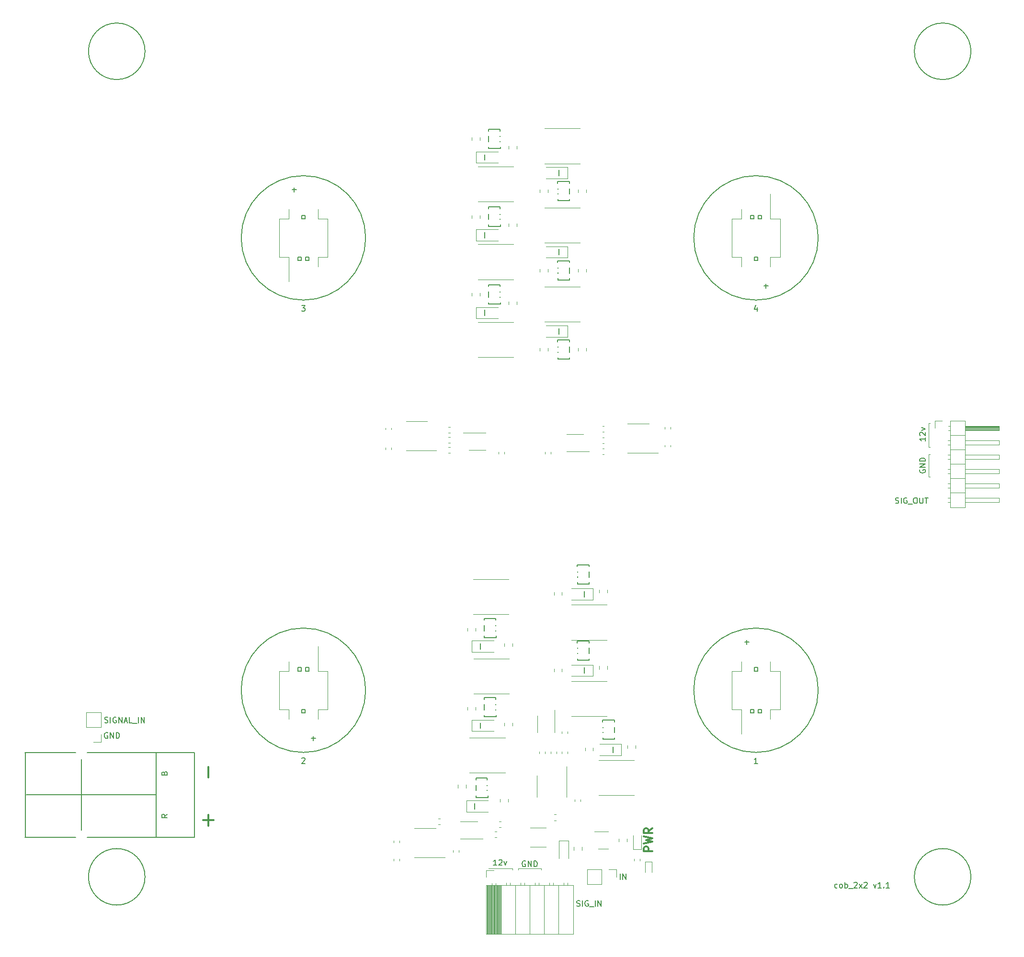
<source format=gbr>
G04 #@! TF.GenerationSoftware,KiCad,Pcbnew,5.1.5-52549c5~84~ubuntu18.04.1*
G04 #@! TF.CreationDate,2020-02-23T09:36:08-07:00*
G04 #@! TF.ProjectId,cob_2x2,636f625f-3278-4322-9e6b-696361645f70,rev?*
G04 #@! TF.SameCoordinates,Original*
G04 #@! TF.FileFunction,Legend,Top*
G04 #@! TF.FilePolarity,Positive*
%FSLAX46Y46*%
G04 Gerber Fmt 4.6, Leading zero omitted, Abs format (unit mm)*
G04 Created by KiCad (PCBNEW 5.1.5-52549c5~84~ubuntu18.04.1) date 2020-02-23 09:36:08*
%MOMM*%
%LPD*%
G04 APERTURE LIST*
%ADD10C,0.150000*%
%ADD11C,0.120000*%
%ADD12C,0.300000*%
G04 APERTURE END LIST*
D10*
X234392857Y-254904761D02*
X234297619Y-254952380D01*
X234107142Y-254952380D01*
X234011904Y-254904761D01*
X233964285Y-254857142D01*
X233916666Y-254761904D01*
X233916666Y-254476190D01*
X233964285Y-254380952D01*
X234011904Y-254333333D01*
X234107142Y-254285714D01*
X234297619Y-254285714D01*
X234392857Y-254333333D01*
X234964285Y-254952380D02*
X234869047Y-254904761D01*
X234821428Y-254857142D01*
X234773809Y-254761904D01*
X234773809Y-254476190D01*
X234821428Y-254380952D01*
X234869047Y-254333333D01*
X234964285Y-254285714D01*
X235107142Y-254285714D01*
X235202380Y-254333333D01*
X235250000Y-254380952D01*
X235297619Y-254476190D01*
X235297619Y-254761904D01*
X235250000Y-254857142D01*
X235202380Y-254904761D01*
X235107142Y-254952380D01*
X234964285Y-254952380D01*
X235726190Y-254952380D02*
X235726190Y-253952380D01*
X235726190Y-254333333D02*
X235821428Y-254285714D01*
X236011904Y-254285714D01*
X236107142Y-254333333D01*
X236154761Y-254380952D01*
X236202380Y-254476190D01*
X236202380Y-254761904D01*
X236154761Y-254857142D01*
X236107142Y-254904761D01*
X236011904Y-254952380D01*
X235821428Y-254952380D01*
X235726190Y-254904761D01*
X236392857Y-255047619D02*
X237154761Y-255047619D01*
X237345238Y-254047619D02*
X237392857Y-254000000D01*
X237488095Y-253952380D01*
X237726190Y-253952380D01*
X237821428Y-254000000D01*
X237869047Y-254047619D01*
X237916666Y-254142857D01*
X237916666Y-254238095D01*
X237869047Y-254380952D01*
X237297619Y-254952380D01*
X237916666Y-254952380D01*
X238250000Y-254952380D02*
X238773809Y-254285714D01*
X238250000Y-254285714D02*
X238773809Y-254952380D01*
X239107142Y-254047619D02*
X239154761Y-254000000D01*
X239250000Y-253952380D01*
X239488095Y-253952380D01*
X239583333Y-254000000D01*
X239630952Y-254047619D01*
X239678571Y-254142857D01*
X239678571Y-254238095D01*
X239630952Y-254380952D01*
X239059523Y-254952380D01*
X239678571Y-254952380D01*
X240773809Y-254285714D02*
X241011904Y-254952380D01*
X241250000Y-254285714D01*
X242154761Y-254952380D02*
X241583333Y-254952380D01*
X241869047Y-254952380D02*
X241869047Y-253952380D01*
X241773809Y-254095238D01*
X241678571Y-254190476D01*
X241583333Y-254238095D01*
X242583333Y-254857142D02*
X242630952Y-254904761D01*
X242583333Y-254952380D01*
X242535714Y-254904761D01*
X242583333Y-254857142D01*
X242583333Y-254952380D01*
X243583333Y-254952380D02*
X243011904Y-254952380D01*
X243297619Y-254952380D02*
X243297619Y-253952380D01*
X243202380Y-254095238D01*
X243107142Y-254190476D01*
X243011904Y-254238095D01*
X195976190Y-253452380D02*
X195976190Y-252452380D01*
X196452380Y-253452380D02*
X196452380Y-252452380D01*
X197023809Y-253452380D01*
X197023809Y-252452380D01*
D11*
X178000000Y-251500000D02*
X178000000Y-251750000D01*
X178000000Y-251500000D02*
X182000000Y-251500000D01*
D10*
X220190476Y-152285714D02*
X220190476Y-152952380D01*
X219952380Y-151904761D02*
X219714285Y-152619047D01*
X220333333Y-152619047D01*
X139666666Y-151952380D02*
X140285714Y-151952380D01*
X139952380Y-152333333D01*
X140095238Y-152333333D01*
X140190476Y-152380952D01*
X140238095Y-152428571D01*
X140285714Y-152523809D01*
X140285714Y-152761904D01*
X140238095Y-152857142D01*
X140190476Y-152904761D01*
X140095238Y-152952380D01*
X139809523Y-152952380D01*
X139714285Y-152904761D01*
X139666666Y-152857142D01*
X139714285Y-232047619D02*
X139761904Y-232000000D01*
X139857142Y-231952380D01*
X140095238Y-231952380D01*
X140190476Y-232000000D01*
X140238095Y-232047619D01*
X140285714Y-232142857D01*
X140285714Y-232238095D01*
X140238095Y-232380952D01*
X139666666Y-232952380D01*
X140285714Y-232952380D01*
X220285714Y-232952380D02*
X219714285Y-232952380D01*
X220000000Y-232952380D02*
X220000000Y-231952380D01*
X219904761Y-232095238D01*
X219809523Y-232190476D01*
X219714285Y-232238095D01*
X104876190Y-225704761D02*
X105019047Y-225752380D01*
X105257142Y-225752380D01*
X105352380Y-225704761D01*
X105400000Y-225657142D01*
X105447619Y-225561904D01*
X105447619Y-225466666D01*
X105400000Y-225371428D01*
X105352380Y-225323809D01*
X105257142Y-225276190D01*
X105066666Y-225228571D01*
X104971428Y-225180952D01*
X104923809Y-225133333D01*
X104876190Y-225038095D01*
X104876190Y-224942857D01*
X104923809Y-224847619D01*
X104971428Y-224800000D01*
X105066666Y-224752380D01*
X105304761Y-224752380D01*
X105447619Y-224800000D01*
X105876190Y-225752380D02*
X105876190Y-224752380D01*
X106876190Y-224800000D02*
X106780952Y-224752380D01*
X106638095Y-224752380D01*
X106495238Y-224800000D01*
X106400000Y-224895238D01*
X106352380Y-224990476D01*
X106304761Y-225180952D01*
X106304761Y-225323809D01*
X106352380Y-225514285D01*
X106400000Y-225609523D01*
X106495238Y-225704761D01*
X106638095Y-225752380D01*
X106733333Y-225752380D01*
X106876190Y-225704761D01*
X106923809Y-225657142D01*
X106923809Y-225323809D01*
X106733333Y-225323809D01*
X107352380Y-225752380D02*
X107352380Y-224752380D01*
X107923809Y-225752380D01*
X107923809Y-224752380D01*
X108352380Y-225466666D02*
X108828571Y-225466666D01*
X108257142Y-225752380D02*
X108590476Y-224752380D01*
X108923809Y-225752380D01*
X109733333Y-225752380D02*
X109257142Y-225752380D01*
X109257142Y-224752380D01*
X109828571Y-225847619D02*
X110590476Y-225847619D01*
X110828571Y-225752380D02*
X110828571Y-224752380D01*
X111304761Y-225752380D02*
X111304761Y-224752380D01*
X111876190Y-225752380D01*
X111876190Y-224752380D01*
X105388095Y-227550000D02*
X105292857Y-227502380D01*
X105150000Y-227502380D01*
X105007142Y-227550000D01*
X104911904Y-227645238D01*
X104864285Y-227740476D01*
X104816666Y-227930952D01*
X104816666Y-228073809D01*
X104864285Y-228264285D01*
X104911904Y-228359523D01*
X105007142Y-228454761D01*
X105150000Y-228502380D01*
X105245238Y-228502380D01*
X105388095Y-228454761D01*
X105435714Y-228407142D01*
X105435714Y-228073809D01*
X105245238Y-228073809D01*
X105864285Y-228502380D02*
X105864285Y-227502380D01*
X106435714Y-228502380D01*
X106435714Y-227502380D01*
X106911904Y-228502380D02*
X106911904Y-227502380D01*
X107150000Y-227502380D01*
X107292857Y-227550000D01*
X107388095Y-227645238D01*
X107435714Y-227740476D01*
X107483333Y-227930952D01*
X107483333Y-228073809D01*
X107435714Y-228264285D01*
X107388095Y-228359523D01*
X107292857Y-228454761D01*
X107150000Y-228502380D01*
X106911904Y-228502380D01*
D11*
X182000000Y-251500000D02*
X182000000Y-251750000D01*
X177000000Y-251500000D02*
X177000000Y-251750000D01*
X250500000Y-182250000D02*
X250750000Y-182250000D01*
X250500000Y-178250000D02*
X250750000Y-178250000D01*
X250500000Y-177000000D02*
X250750000Y-177000000D01*
X250500000Y-172750000D02*
X250750000Y-172750000D01*
D12*
X123178571Y-235452380D02*
X123178571Y-233547619D01*
X123178571Y-243952380D02*
X123178571Y-242047619D01*
X124130952Y-243000000D02*
X122226190Y-243000000D01*
D10*
X188333333Y-258154761D02*
X188476190Y-258202380D01*
X188714285Y-258202380D01*
X188809523Y-258154761D01*
X188857142Y-258107142D01*
X188904761Y-258011904D01*
X188904761Y-257916666D01*
X188857142Y-257821428D01*
X188809523Y-257773809D01*
X188714285Y-257726190D01*
X188523809Y-257678571D01*
X188428571Y-257630952D01*
X188380952Y-257583333D01*
X188333333Y-257488095D01*
X188333333Y-257392857D01*
X188380952Y-257297619D01*
X188428571Y-257250000D01*
X188523809Y-257202380D01*
X188761904Y-257202380D01*
X188904761Y-257250000D01*
X189333333Y-258202380D02*
X189333333Y-257202380D01*
X190333333Y-257250000D02*
X190238095Y-257202380D01*
X190095238Y-257202380D01*
X189952380Y-257250000D01*
X189857142Y-257345238D01*
X189809523Y-257440476D01*
X189761904Y-257630952D01*
X189761904Y-257773809D01*
X189809523Y-257964285D01*
X189857142Y-258059523D01*
X189952380Y-258154761D01*
X190095238Y-258202380D01*
X190190476Y-258202380D01*
X190333333Y-258154761D01*
X190380952Y-258107142D01*
X190380952Y-257773809D01*
X190190476Y-257773809D01*
X190571428Y-258297619D02*
X191333333Y-258297619D01*
X191571428Y-258202380D02*
X191571428Y-257202380D01*
X192047619Y-258202380D02*
X192047619Y-257202380D01*
X192619047Y-258202380D01*
X192619047Y-257202380D01*
X179238095Y-250250000D02*
X179142857Y-250202380D01*
X179000000Y-250202380D01*
X178857142Y-250250000D01*
X178761904Y-250345238D01*
X178714285Y-250440476D01*
X178666666Y-250630952D01*
X178666666Y-250773809D01*
X178714285Y-250964285D01*
X178761904Y-251059523D01*
X178857142Y-251154761D01*
X179000000Y-251202380D01*
X179095238Y-251202380D01*
X179238095Y-251154761D01*
X179285714Y-251107142D01*
X179285714Y-250773809D01*
X179095238Y-250773809D01*
X179714285Y-251202380D02*
X179714285Y-250202380D01*
X180285714Y-251202380D01*
X180285714Y-250202380D01*
X180761904Y-251202380D02*
X180761904Y-250202380D01*
X181000000Y-250202380D01*
X181142857Y-250250000D01*
X181238095Y-250345238D01*
X181285714Y-250440476D01*
X181333333Y-250630952D01*
X181333333Y-250773809D01*
X181285714Y-250964285D01*
X181238095Y-251059523D01*
X181142857Y-251154761D01*
X181000000Y-251202380D01*
X180761904Y-251202380D01*
X174178571Y-250952380D02*
X173607142Y-250952380D01*
X173892857Y-250952380D02*
X173892857Y-249952380D01*
X173797619Y-250095238D01*
X173702380Y-250190476D01*
X173607142Y-250238095D01*
X174559523Y-250047619D02*
X174607142Y-250000000D01*
X174702380Y-249952380D01*
X174940476Y-249952380D01*
X175035714Y-250000000D01*
X175083333Y-250047619D01*
X175130952Y-250142857D01*
X175130952Y-250238095D01*
X175083333Y-250380952D01*
X174511904Y-250952380D01*
X175130952Y-250952380D01*
X175464285Y-250285714D02*
X175702380Y-250952380D01*
X175940476Y-250285714D01*
D11*
X172750000Y-251500000D02*
X177000000Y-251500000D01*
D10*
X244666666Y-186904761D02*
X244809523Y-186952380D01*
X245047619Y-186952380D01*
X245142857Y-186904761D01*
X245190476Y-186857142D01*
X245238095Y-186761904D01*
X245238095Y-186666666D01*
X245190476Y-186571428D01*
X245142857Y-186523809D01*
X245047619Y-186476190D01*
X244857142Y-186428571D01*
X244761904Y-186380952D01*
X244714285Y-186333333D01*
X244666666Y-186238095D01*
X244666666Y-186142857D01*
X244714285Y-186047619D01*
X244761904Y-186000000D01*
X244857142Y-185952380D01*
X245095238Y-185952380D01*
X245238095Y-186000000D01*
X245666666Y-186952380D02*
X245666666Y-185952380D01*
X246666666Y-186000000D02*
X246571428Y-185952380D01*
X246428571Y-185952380D01*
X246285714Y-186000000D01*
X246190476Y-186095238D01*
X246142857Y-186190476D01*
X246095238Y-186380952D01*
X246095238Y-186523809D01*
X246142857Y-186714285D01*
X246190476Y-186809523D01*
X246285714Y-186904761D01*
X246428571Y-186952380D01*
X246523809Y-186952380D01*
X246666666Y-186904761D01*
X246714285Y-186857142D01*
X246714285Y-186523809D01*
X246523809Y-186523809D01*
X246904761Y-187047619D02*
X247666666Y-187047619D01*
X248095238Y-185952380D02*
X248285714Y-185952380D01*
X248380952Y-186000000D01*
X248476190Y-186095238D01*
X248523809Y-186285714D01*
X248523809Y-186619047D01*
X248476190Y-186809523D01*
X248380952Y-186904761D01*
X248285714Y-186952380D01*
X248095238Y-186952380D01*
X248000000Y-186904761D01*
X247904761Y-186809523D01*
X247857142Y-186619047D01*
X247857142Y-186285714D01*
X247904761Y-186095238D01*
X248000000Y-186000000D01*
X248095238Y-185952380D01*
X248952380Y-185952380D02*
X248952380Y-186761904D01*
X249000000Y-186857142D01*
X249047619Y-186904761D01*
X249142857Y-186952380D01*
X249333333Y-186952380D01*
X249428571Y-186904761D01*
X249476190Y-186857142D01*
X249523809Y-186761904D01*
X249523809Y-185952380D01*
X249857142Y-185952380D02*
X250428571Y-185952380D01*
X250142857Y-186952380D02*
X250142857Y-185952380D01*
X249000000Y-181011904D02*
X248952380Y-181107142D01*
X248952380Y-181250000D01*
X249000000Y-181392857D01*
X249095238Y-181488095D01*
X249190476Y-181535714D01*
X249380952Y-181583333D01*
X249523809Y-181583333D01*
X249714285Y-181535714D01*
X249809523Y-181488095D01*
X249904761Y-181392857D01*
X249952380Y-181250000D01*
X249952380Y-181154761D01*
X249904761Y-181011904D01*
X249857142Y-180964285D01*
X249523809Y-180964285D01*
X249523809Y-181154761D01*
X249952380Y-180535714D02*
X248952380Y-180535714D01*
X249952380Y-179964285D01*
X248952380Y-179964285D01*
X249952380Y-179488095D02*
X248952380Y-179488095D01*
X248952380Y-179250000D01*
X249000000Y-179107142D01*
X249095238Y-179011904D01*
X249190476Y-178964285D01*
X249380952Y-178916666D01*
X249523809Y-178916666D01*
X249714285Y-178964285D01*
X249809523Y-179011904D01*
X249904761Y-179107142D01*
X249952380Y-179250000D01*
X249952380Y-179488095D01*
X249952380Y-175321428D02*
X249952380Y-175892857D01*
X249952380Y-175607142D02*
X248952380Y-175607142D01*
X249095238Y-175702380D01*
X249190476Y-175797619D01*
X249238095Y-175892857D01*
X249047619Y-174940476D02*
X249000000Y-174892857D01*
X248952380Y-174797619D01*
X248952380Y-174559523D01*
X249000000Y-174464285D01*
X249047619Y-174416666D01*
X249142857Y-174369047D01*
X249238095Y-174369047D01*
X249380952Y-174416666D01*
X249952380Y-174988095D01*
X249952380Y-174369047D01*
X249285714Y-174035714D02*
X249952380Y-173797619D01*
X249285714Y-173559523D01*
D11*
X250500000Y-178250000D02*
X250500000Y-182250000D01*
X250500000Y-172750000D02*
X250500000Y-177000000D01*
D12*
X201678571Y-248500000D02*
X200178571Y-248500000D01*
X200178571Y-247928571D01*
X200250000Y-247785714D01*
X200321428Y-247714285D01*
X200464285Y-247642857D01*
X200678571Y-247642857D01*
X200821428Y-247714285D01*
X200892857Y-247785714D01*
X200964285Y-247928571D01*
X200964285Y-248500000D01*
X200178571Y-247142857D02*
X201678571Y-246785714D01*
X200607142Y-246500000D01*
X201678571Y-246214285D01*
X200178571Y-245857142D01*
X201678571Y-244428571D02*
X200964285Y-244928571D01*
X201678571Y-245285714D02*
X200178571Y-245285714D01*
X200178571Y-244714285D01*
X200250000Y-244571428D01*
X200321428Y-244500000D01*
X200464285Y-244428571D01*
X200678571Y-244428571D01*
X200821428Y-244500000D01*
X200892857Y-244571428D01*
X200964285Y-244714285D01*
X200964285Y-245285714D01*
D11*
X186500000Y-177750000D02*
X190500000Y-177750000D01*
X186500000Y-174750000D02*
X189500000Y-174750000D01*
X172250000Y-174500000D02*
X168250000Y-174500000D01*
X172250000Y-177500000D02*
X169250000Y-177500000D01*
X167750000Y-246250000D02*
X171750000Y-246250000D01*
X167750000Y-243250000D02*
X170750000Y-243250000D01*
X184400000Y-227500000D02*
X184400000Y-223500000D01*
X181400000Y-227500000D02*
X181400000Y-224500000D01*
X200400000Y-252200000D02*
X200400000Y-250350000D01*
X201600000Y-252200000D02*
X201600000Y-250350000D01*
X201600000Y-250350000D02*
X200400000Y-250350000D01*
D10*
X112000000Y-253000000D02*
G75*
G03X112000000Y-253000000I-5000000J0D01*
G01*
X258000000Y-253000000D02*
G75*
G03X258000000Y-253000000I-5000000J0D01*
G01*
X258000000Y-107000000D02*
G75*
G03X258000000Y-107000000I-5000000J0D01*
G01*
X112000000Y-107000000D02*
G75*
G03X112000000Y-107000000I-5000000J0D01*
G01*
X139700000Y-136000000D02*
X139700000Y-136600000D01*
X140300000Y-136000000D02*
X139700000Y-136000000D01*
X139700000Y-136600000D02*
X140300000Y-136600000D01*
X140300000Y-136600000D02*
X140300000Y-136000000D01*
X140400000Y-143400000D02*
X140400000Y-144000000D01*
X141000000Y-143400000D02*
X140400000Y-143400000D01*
X140400000Y-144000000D02*
X141000000Y-144000000D01*
X141000000Y-144000000D02*
X141000000Y-143400000D01*
X139000000Y-143400000D02*
X139000000Y-144000000D01*
X139600000Y-143400000D02*
X139000000Y-143400000D01*
X139600000Y-144000000D02*
X139600000Y-143400000D01*
X139000000Y-144000000D02*
X139600000Y-144000000D01*
X151000000Y-140000000D02*
G75*
G03X151000000Y-140000000I-11000000J0D01*
G01*
D11*
X137450000Y-147750000D02*
X137450000Y-143400000D01*
X135700000Y-143400000D02*
X137450000Y-143400000D01*
X137450000Y-136600000D02*
X137450000Y-135300000D01*
X135700000Y-136600000D02*
X137450000Y-136600000D01*
X137450000Y-135300000D02*
X137450000Y-134900000D01*
X142550000Y-134900000D02*
X142550000Y-136600000D01*
X144300000Y-136600000D02*
X144300000Y-143400000D01*
X142550000Y-136600000D02*
X144300000Y-136600000D01*
X142550000Y-143400000D02*
X144300000Y-143400000D01*
X142550000Y-145100000D02*
X142550000Y-143400000D01*
X135700000Y-136600000D02*
X135700000Y-143400000D01*
D10*
X220300000Y-144000000D02*
X220300000Y-143400000D01*
X219700000Y-144000000D02*
X220300000Y-144000000D01*
X220300000Y-143400000D02*
X219700000Y-143400000D01*
X219700000Y-143400000D02*
X219700000Y-144000000D01*
X219600000Y-136600000D02*
X219600000Y-136000000D01*
X219000000Y-136600000D02*
X219600000Y-136600000D01*
X219600000Y-136000000D02*
X219000000Y-136000000D01*
X219000000Y-136000000D02*
X219000000Y-136600000D01*
X221000000Y-136600000D02*
X221000000Y-136000000D01*
X220400000Y-136600000D02*
X221000000Y-136600000D01*
X220400000Y-136000000D02*
X220400000Y-136600000D01*
X221000000Y-136000000D02*
X220400000Y-136000000D01*
X231000000Y-140000000D02*
G75*
G03X231000000Y-140000000I-11000000J0D01*
G01*
D11*
X222550000Y-132250000D02*
X222550000Y-136600000D01*
X224300000Y-136600000D02*
X222550000Y-136600000D01*
X222550000Y-143400000D02*
X222550000Y-144700000D01*
X224300000Y-143400000D02*
X222550000Y-143400000D01*
X222550000Y-144700000D02*
X222550000Y-145100000D01*
X217450000Y-145100000D02*
X217450000Y-143400000D01*
X215700000Y-143400000D02*
X215700000Y-136600000D01*
X217450000Y-143400000D02*
X215700000Y-143400000D01*
X217450000Y-136600000D02*
X215700000Y-136600000D01*
X217450000Y-134900000D02*
X217450000Y-136600000D01*
X224300000Y-143400000D02*
X224300000Y-136600000D01*
D10*
X140300000Y-224000000D02*
X140300000Y-223400000D01*
X139700000Y-224000000D02*
X140300000Y-224000000D01*
X140300000Y-223400000D02*
X139700000Y-223400000D01*
X139700000Y-223400000D02*
X139700000Y-224000000D01*
X139600000Y-216600000D02*
X139600000Y-216000000D01*
X139000000Y-216600000D02*
X139600000Y-216600000D01*
X139600000Y-216000000D02*
X139000000Y-216000000D01*
X139000000Y-216000000D02*
X139000000Y-216600000D01*
X141000000Y-216600000D02*
X141000000Y-216000000D01*
X140400000Y-216600000D02*
X141000000Y-216600000D01*
X140400000Y-216000000D02*
X140400000Y-216600000D01*
X141000000Y-216000000D02*
X140400000Y-216000000D01*
X151000000Y-220000000D02*
G75*
G03X151000000Y-220000000I-11000000J0D01*
G01*
D11*
X142550000Y-212250000D02*
X142550000Y-216600000D01*
X144300000Y-216600000D02*
X142550000Y-216600000D01*
X142550000Y-223400000D02*
X142550000Y-224700000D01*
X144300000Y-223400000D02*
X142550000Y-223400000D01*
X142550000Y-224700000D02*
X142550000Y-225100000D01*
X137450000Y-225100000D02*
X137450000Y-223400000D01*
X135700000Y-223400000D02*
X135700000Y-216600000D01*
X137450000Y-223400000D02*
X135700000Y-223400000D01*
X137450000Y-216600000D02*
X135700000Y-216600000D01*
X137450000Y-214900000D02*
X137450000Y-216600000D01*
X144300000Y-223400000D02*
X144300000Y-216600000D01*
D10*
X219700000Y-216000000D02*
X219700000Y-216600000D01*
X220300000Y-216000000D02*
X219700000Y-216000000D01*
X219700000Y-216600000D02*
X220300000Y-216600000D01*
X220300000Y-216600000D02*
X220300000Y-216000000D01*
X220400000Y-223400000D02*
X220400000Y-224000000D01*
X221000000Y-223400000D02*
X220400000Y-223400000D01*
X220400000Y-224000000D02*
X221000000Y-224000000D01*
X221000000Y-224000000D02*
X221000000Y-223400000D01*
X219000000Y-223400000D02*
X219000000Y-224000000D01*
X219600000Y-223400000D02*
X219000000Y-223400000D01*
X219600000Y-224000000D02*
X219600000Y-223400000D01*
X219000000Y-224000000D02*
X219600000Y-224000000D01*
X231000000Y-220000000D02*
G75*
G03X231000000Y-220000000I-11000000J0D01*
G01*
D11*
X217450000Y-227750000D02*
X217450000Y-223400000D01*
X215700000Y-223400000D02*
X217450000Y-223400000D01*
X217450000Y-216600000D02*
X217450000Y-215300000D01*
X215700000Y-216600000D02*
X217450000Y-216600000D01*
X217450000Y-215300000D02*
X217450000Y-214900000D01*
X222550000Y-214900000D02*
X222550000Y-216600000D01*
X224300000Y-216600000D02*
X224300000Y-223400000D01*
X222550000Y-216600000D02*
X224300000Y-216600000D01*
X222550000Y-223400000D02*
X224300000Y-223400000D01*
X222550000Y-225100000D02*
X222550000Y-223400000D01*
X215700000Y-216600000D02*
X215700000Y-223400000D01*
X195330000Y-251670000D02*
X195330000Y-253000000D01*
X194000000Y-251670000D02*
X195330000Y-251670000D01*
X192730000Y-251670000D02*
X192730000Y-254330000D01*
X192730000Y-254330000D02*
X190130000Y-254330000D01*
X192730000Y-251670000D02*
X190130000Y-251670000D01*
X190130000Y-251670000D02*
X190130000Y-254330000D01*
D10*
X187000000Y-158050000D02*
X187000000Y-158350000D01*
X184900000Y-158050000D02*
X184900000Y-158350000D01*
X187000000Y-161450000D02*
X187000000Y-161150000D01*
X185000000Y-161450000D02*
X185000000Y-161150000D01*
X184900000Y-158050000D02*
X187000000Y-158050000D01*
X185000000Y-161450000D02*
X187000000Y-161450000D01*
X185000000Y-159350000D02*
X185000000Y-159250000D01*
X185000000Y-160250000D02*
X185000000Y-160150000D01*
X187000000Y-159250000D02*
X187000000Y-160250000D01*
D11*
X199200000Y-178025000D02*
X202725000Y-178025000D01*
X199200000Y-178025000D02*
X197320000Y-178025000D01*
X199200000Y-172845000D02*
X201080000Y-172845000D01*
X199200000Y-172845000D02*
X197320000Y-172845000D01*
D10*
X187000000Y-144050000D02*
X187000000Y-144350000D01*
X184900000Y-144050000D02*
X184900000Y-144350000D01*
X187000000Y-147450000D02*
X187000000Y-147150000D01*
X185000000Y-147450000D02*
X185000000Y-147150000D01*
X184900000Y-144050000D02*
X187000000Y-144050000D01*
X185000000Y-147450000D02*
X187000000Y-147450000D01*
X185000000Y-145350000D02*
X185000000Y-145250000D01*
X185000000Y-146250000D02*
X185000000Y-146150000D01*
X187000000Y-145250000D02*
X187000000Y-146250000D01*
X187000000Y-130050000D02*
X187000000Y-130350000D01*
X184900000Y-130050000D02*
X184900000Y-130350000D01*
X187000000Y-133450000D02*
X187000000Y-133150000D01*
X185000000Y-133450000D02*
X185000000Y-133150000D01*
X184900000Y-130050000D02*
X187000000Y-130050000D01*
X185000000Y-133450000D02*
X187000000Y-133450000D01*
X185000000Y-131350000D02*
X185000000Y-131250000D01*
X185000000Y-132250000D02*
X185000000Y-132150000D01*
X187000000Y-131250000D02*
X187000000Y-132250000D01*
X172750000Y-124200000D02*
X172750000Y-123900000D01*
X174850000Y-124200000D02*
X174850000Y-123900000D01*
X172750000Y-120800000D02*
X172750000Y-121100000D01*
X174750000Y-120800000D02*
X174750000Y-121100000D01*
X174850000Y-124200000D02*
X172750000Y-124200000D01*
X174750000Y-120800000D02*
X172750000Y-120800000D01*
X174750000Y-122900000D02*
X174750000Y-123000000D01*
X174750000Y-122000000D02*
X174750000Y-122100000D01*
X172750000Y-123000000D02*
X172750000Y-122000000D01*
D11*
X160000000Y-177590000D02*
X163525000Y-177590000D01*
X160000000Y-177590000D02*
X158120000Y-177590000D01*
X160000000Y-172410000D02*
X161880000Y-172410000D01*
X160000000Y-172410000D02*
X158120000Y-172410000D01*
D10*
X172750000Y-136750000D02*
X172750000Y-135750000D01*
X174750000Y-135750000D02*
X174750000Y-135850000D01*
X174750000Y-136650000D02*
X174750000Y-136750000D01*
X174750000Y-134550000D02*
X172750000Y-134550000D01*
X174850000Y-137950000D02*
X172750000Y-137950000D01*
X174750000Y-134550000D02*
X174750000Y-134850000D01*
X172750000Y-134550000D02*
X172750000Y-134850000D01*
X174850000Y-137950000D02*
X174850000Y-137650000D01*
X172750000Y-137950000D02*
X172750000Y-137650000D01*
X172750000Y-151700000D02*
X172750000Y-151400000D01*
X174850000Y-151700000D02*
X174850000Y-151400000D01*
X172750000Y-148300000D02*
X172750000Y-148600000D01*
X174750000Y-148300000D02*
X174750000Y-148600000D01*
X174850000Y-151700000D02*
X172750000Y-151700000D01*
X174750000Y-148300000D02*
X172750000Y-148300000D01*
X174750000Y-150400000D02*
X174750000Y-150500000D01*
X174750000Y-149500000D02*
X174750000Y-149600000D01*
X172750000Y-150500000D02*
X172750000Y-149500000D01*
X170500000Y-238950000D02*
X170500000Y-238650000D01*
X172600000Y-238950000D02*
X172600000Y-238650000D01*
X170500000Y-235550000D02*
X170500000Y-235850000D01*
X172500000Y-235550000D02*
X172500000Y-235850000D01*
X172600000Y-238950000D02*
X170500000Y-238950000D01*
X172500000Y-235550000D02*
X170500000Y-235550000D01*
X172500000Y-237650000D02*
X172500000Y-237750000D01*
X172500000Y-236750000D02*
X172500000Y-236850000D01*
X170500000Y-237750000D02*
X170500000Y-236750000D01*
D11*
X161500000Y-249590000D02*
X165025000Y-249590000D01*
X161500000Y-249590000D02*
X159620000Y-249590000D01*
X161500000Y-244410000D02*
X163380000Y-244410000D01*
X161500000Y-244410000D02*
X159620000Y-244410000D01*
D10*
X172000000Y-224700000D02*
X172000000Y-224400000D01*
X174100000Y-224700000D02*
X174100000Y-224400000D01*
X172000000Y-221300000D02*
X172000000Y-221600000D01*
X174000000Y-221300000D02*
X174000000Y-221600000D01*
X174100000Y-224700000D02*
X172000000Y-224700000D01*
X174000000Y-221300000D02*
X172000000Y-221300000D01*
X174000000Y-223400000D02*
X174000000Y-223500000D01*
X174000000Y-222500000D02*
X174000000Y-222600000D01*
X172000000Y-223500000D02*
X172000000Y-222500000D01*
X172000000Y-210700000D02*
X172000000Y-210400000D01*
X174100000Y-210700000D02*
X174100000Y-210400000D01*
X172000000Y-207300000D02*
X172000000Y-207600000D01*
X174000000Y-207300000D02*
X174000000Y-207600000D01*
X174100000Y-210700000D02*
X172000000Y-210700000D01*
X174000000Y-207300000D02*
X172000000Y-207300000D01*
X174000000Y-209400000D02*
X174000000Y-209500000D01*
X174000000Y-208500000D02*
X174000000Y-208600000D01*
X172000000Y-209500000D02*
X172000000Y-208500000D01*
X190500000Y-197800000D02*
X190500000Y-198100000D01*
X188400000Y-197800000D02*
X188400000Y-198100000D01*
X190500000Y-201200000D02*
X190500000Y-200900000D01*
X188500000Y-201200000D02*
X188500000Y-200900000D01*
X188400000Y-197800000D02*
X190500000Y-197800000D01*
X188500000Y-201200000D02*
X190500000Y-201200000D01*
X188500000Y-199100000D02*
X188500000Y-199000000D01*
X188500000Y-200000000D02*
X188500000Y-199900000D01*
X190500000Y-199000000D02*
X190500000Y-200000000D01*
D11*
X186490000Y-237000000D02*
X186490000Y-233475000D01*
X186490000Y-237000000D02*
X186490000Y-238880000D01*
X181310000Y-237000000D02*
X181310000Y-235120000D01*
X181310000Y-237000000D02*
X181310000Y-238880000D01*
D10*
X190500000Y-211300000D02*
X190500000Y-211600000D01*
X188400000Y-211300000D02*
X188400000Y-211600000D01*
X190500000Y-214700000D02*
X190500000Y-214400000D01*
X188500000Y-214700000D02*
X188500000Y-214400000D01*
X188400000Y-211300000D02*
X190500000Y-211300000D01*
X188500000Y-214700000D02*
X190500000Y-214700000D01*
X188500000Y-212600000D02*
X188500000Y-212500000D01*
X188500000Y-213500000D02*
X188500000Y-213400000D01*
X190500000Y-212500000D02*
X190500000Y-213500000D01*
X195000000Y-225300000D02*
X195000000Y-225600000D01*
X192900000Y-225300000D02*
X192900000Y-225600000D01*
X195000000Y-228700000D02*
X195000000Y-228400000D01*
X193000000Y-228700000D02*
X193000000Y-228400000D01*
X192900000Y-225300000D02*
X195000000Y-225300000D01*
X193000000Y-228700000D02*
X195000000Y-228700000D01*
X193000000Y-226600000D02*
X193000000Y-226500000D01*
X193000000Y-227500000D02*
X193000000Y-227400000D01*
X195000000Y-226500000D02*
X195000000Y-227500000D01*
D11*
X193880000Y-244990000D02*
X191450000Y-244990000D01*
X192120000Y-248060000D02*
X193880000Y-248060000D01*
X182886252Y-244290000D02*
X180113748Y-244290000D01*
X182886252Y-247710000D02*
X180113748Y-247710000D01*
X193162779Y-177240000D02*
X192837221Y-177240000D01*
X193162779Y-178260000D02*
X192837221Y-178260000D01*
X193162779Y-175290000D02*
X192837221Y-175290000D01*
X193162779Y-176310000D02*
X192837221Y-176310000D01*
X193162779Y-173290000D02*
X192837221Y-173290000D01*
X193162779Y-174310000D02*
X192837221Y-174310000D01*
X188540000Y-159491422D02*
X188540000Y-160008578D01*
X189960000Y-159491422D02*
X189960000Y-160008578D01*
X188540000Y-145491422D02*
X188540000Y-146008578D01*
X189960000Y-145491422D02*
X189960000Y-146008578D01*
X204910000Y-173762779D02*
X204910000Y-173437221D01*
X203890000Y-173762779D02*
X203890000Y-173437221D01*
X188540000Y-131491422D02*
X188540000Y-132008578D01*
X189960000Y-131491422D02*
X189960000Y-132008578D01*
X165912779Y-176990000D02*
X165587221Y-176990000D01*
X165912779Y-178010000D02*
X165587221Y-178010000D01*
X165912779Y-175240000D02*
X165587221Y-175240000D01*
X165912779Y-176260000D02*
X165587221Y-176260000D01*
X165912779Y-173490000D02*
X165587221Y-173490000D01*
X165912779Y-174510000D02*
X165587221Y-174510000D01*
X171210000Y-122758578D02*
X171210000Y-122241422D01*
X169790000Y-122758578D02*
X169790000Y-122241422D01*
X169790000Y-136508578D02*
X169790000Y-135991422D01*
X171210000Y-136508578D02*
X171210000Y-135991422D01*
X154490000Y-173587221D02*
X154490000Y-173912779D01*
X155510000Y-173587221D02*
X155510000Y-173912779D01*
X171210000Y-150258578D02*
X171210000Y-149741422D01*
X169790000Y-150258578D02*
X169790000Y-149741422D01*
X174162779Y-244990000D02*
X173837221Y-244990000D01*
X174162779Y-246010000D02*
X173837221Y-246010000D01*
X174950279Y-243240000D02*
X174624721Y-243240000D01*
X174950279Y-244260000D02*
X174624721Y-244260000D01*
X163837221Y-243760000D02*
X164162779Y-243760000D01*
X163837221Y-242740000D02*
X164162779Y-242740000D01*
X168710000Y-237258578D02*
X168710000Y-236741422D01*
X167290000Y-237258578D02*
X167290000Y-236741422D01*
X170460000Y-223508578D02*
X170460000Y-222991422D01*
X169040000Y-223508578D02*
X169040000Y-222991422D01*
X155990000Y-246587221D02*
X155990000Y-246912779D01*
X157010000Y-246587221D02*
X157010000Y-246912779D01*
X170460000Y-209508578D02*
X170460000Y-208991422D01*
X169040000Y-209508578D02*
X169040000Y-208991422D01*
X186710000Y-231162779D02*
X186710000Y-230837221D01*
X185690000Y-231162779D02*
X185690000Y-230837221D01*
X184710000Y-231162779D02*
X184710000Y-230837221D01*
X183690000Y-231162779D02*
X183690000Y-230837221D01*
X182710000Y-231162779D02*
X182710000Y-230837221D01*
X181690000Y-231162779D02*
X181690000Y-230837221D01*
X193710000Y-202758578D02*
X193710000Y-202241422D01*
X192290000Y-202758578D02*
X192290000Y-202241422D01*
X198490000Y-249837221D02*
X198490000Y-250162779D01*
X199510000Y-249837221D02*
X199510000Y-250162779D01*
X193710000Y-216258578D02*
X193710000Y-215741422D01*
X192290000Y-216258578D02*
X192290000Y-215741422D01*
X184337221Y-243010000D02*
X184662779Y-243010000D01*
X184337221Y-241990000D02*
X184662779Y-241990000D01*
X198710000Y-230258578D02*
X198710000Y-229741422D01*
X197290000Y-230258578D02*
X197290000Y-229741422D01*
X188900000Y-148650000D02*
X182600000Y-148650000D01*
X188900000Y-154850000D02*
X182600000Y-154850000D01*
X188900000Y-134650000D02*
X182600000Y-134650000D01*
X188900000Y-140850000D02*
X182600000Y-140850000D01*
X188900000Y-120650000D02*
X182600000Y-120650000D01*
X188900000Y-126850000D02*
X182600000Y-126850000D01*
X170850000Y-133600000D02*
X177150000Y-133600000D01*
X170850000Y-127400000D02*
X177150000Y-127400000D01*
X170850000Y-147350000D02*
X177150000Y-147350000D01*
X170850000Y-141150000D02*
X177150000Y-141150000D01*
X170850000Y-161100000D02*
X177150000Y-161100000D01*
X170850000Y-154900000D02*
X177150000Y-154900000D01*
X169350000Y-234600000D02*
X175650000Y-234600000D01*
X169350000Y-228400000D02*
X175650000Y-228400000D01*
X170100000Y-220600000D02*
X176400000Y-220600000D01*
X170100000Y-214400000D02*
X176400000Y-214400000D01*
X170000000Y-206600000D02*
X176300000Y-206600000D01*
X170000000Y-200400000D02*
X176300000Y-200400000D01*
X193650000Y-204900000D02*
X187350000Y-204900000D01*
X193650000Y-211100000D02*
X187350000Y-211100000D01*
X193650000Y-218400000D02*
X187350000Y-218400000D01*
X193650000Y-224600000D02*
X187350000Y-224600000D01*
X198500000Y-232400000D02*
X192200000Y-232400000D01*
X198500000Y-238600000D02*
X192200000Y-238600000D01*
X251620000Y-172380000D02*
X252890000Y-172380000D01*
X251620000Y-173650000D02*
X251620000Y-172380000D01*
X253932929Y-186730000D02*
X254330000Y-186730000D01*
X253932929Y-185970000D02*
X254330000Y-185970000D01*
X262990000Y-186730000D02*
X256990000Y-186730000D01*
X262990000Y-185970000D02*
X262990000Y-186730000D01*
X256990000Y-185970000D02*
X262990000Y-185970000D01*
X254330000Y-185080000D02*
X256990000Y-185080000D01*
X253932929Y-184190000D02*
X254330000Y-184190000D01*
X253932929Y-183430000D02*
X254330000Y-183430000D01*
X262990000Y-184190000D02*
X256990000Y-184190000D01*
X262990000Y-183430000D02*
X262990000Y-184190000D01*
X256990000Y-183430000D02*
X262990000Y-183430000D01*
X254330000Y-182540000D02*
X256990000Y-182540000D01*
X253932929Y-181650000D02*
X254330000Y-181650000D01*
X253932929Y-180890000D02*
X254330000Y-180890000D01*
X262990000Y-181650000D02*
X256990000Y-181650000D01*
X262990000Y-180890000D02*
X262990000Y-181650000D01*
X256990000Y-180890000D02*
X262990000Y-180890000D01*
X254330000Y-180000000D02*
X256990000Y-180000000D01*
X253932929Y-179110000D02*
X254330000Y-179110000D01*
X253932929Y-178350000D02*
X254330000Y-178350000D01*
X262990000Y-179110000D02*
X256990000Y-179110000D01*
X262990000Y-178350000D02*
X262990000Y-179110000D01*
X256990000Y-178350000D02*
X262990000Y-178350000D01*
X254330000Y-177460000D02*
X256990000Y-177460000D01*
X253932929Y-176570000D02*
X254330000Y-176570000D01*
X253932929Y-175810000D02*
X254330000Y-175810000D01*
X262990000Y-176570000D02*
X256990000Y-176570000D01*
X262990000Y-175810000D02*
X262990000Y-176570000D01*
X256990000Y-175810000D02*
X262990000Y-175810000D01*
X254330000Y-174920000D02*
X256990000Y-174920000D01*
X254000000Y-174030000D02*
X254330000Y-174030000D01*
X254000000Y-173270000D02*
X254330000Y-173270000D01*
X256990000Y-173930000D02*
X262990000Y-173930000D01*
X256990000Y-173810000D02*
X262990000Y-173810000D01*
X256990000Y-173690000D02*
X262990000Y-173690000D01*
X256990000Y-173570000D02*
X262990000Y-173570000D01*
X256990000Y-173450000D02*
X262990000Y-173450000D01*
X256990000Y-173330000D02*
X262990000Y-173330000D01*
X262990000Y-174030000D02*
X256990000Y-174030000D01*
X262990000Y-173270000D02*
X262990000Y-174030000D01*
X256990000Y-173270000D02*
X262990000Y-173270000D01*
X256990000Y-172320000D02*
X254330000Y-172320000D01*
X256990000Y-187680000D02*
X256990000Y-172320000D01*
X254330000Y-187680000D02*
X256990000Y-187680000D01*
X254330000Y-172320000D02*
X254330000Y-187680000D01*
X172320000Y-253000000D02*
X172320000Y-251890000D01*
X172320000Y-251890000D02*
X173650000Y-251890000D01*
X172320000Y-263090000D02*
X187680000Y-263090000D01*
X187680000Y-263090000D02*
X187680000Y-254460000D01*
X172320000Y-254460000D02*
X187680000Y-254460000D01*
X172320000Y-263090000D02*
X172320000Y-254460000D01*
X185080000Y-263090000D02*
X185080000Y-254460000D01*
X182540000Y-263090000D02*
X182540000Y-254460000D01*
X180000000Y-263090000D02*
X180000000Y-254460000D01*
X177460000Y-263090000D02*
X177460000Y-254460000D01*
X174920000Y-263090000D02*
X174920000Y-254460000D01*
X186710000Y-254460000D02*
X186710000Y-254050000D01*
X185990000Y-254460000D02*
X185990000Y-254050000D01*
X184170000Y-254460000D02*
X184170000Y-254050000D01*
X183450000Y-254460000D02*
X183450000Y-254050000D01*
X181630000Y-254460000D02*
X181630000Y-254050000D01*
X180910000Y-254460000D02*
X180910000Y-254050000D01*
X179090000Y-254460000D02*
X179090000Y-254050000D01*
X178370000Y-254460000D02*
X178370000Y-254050000D01*
X176550000Y-254460000D02*
X176550000Y-254050000D01*
X175830000Y-254460000D02*
X175830000Y-254050000D01*
X174010000Y-254460000D02*
X174010000Y-254110000D01*
X173290000Y-254460000D02*
X173290000Y-254110000D01*
X174801900Y-263090000D02*
X174801900Y-254460000D01*
X174683805Y-263090000D02*
X174683805Y-254460000D01*
X174565710Y-263090000D02*
X174565710Y-254460000D01*
X174447615Y-263090000D02*
X174447615Y-254460000D01*
X174329520Y-263090000D02*
X174329520Y-254460000D01*
X174211425Y-263090000D02*
X174211425Y-254460000D01*
X174093330Y-263090000D02*
X174093330Y-254460000D01*
X173975235Y-263090000D02*
X173975235Y-254460000D01*
X173857140Y-263090000D02*
X173857140Y-254460000D01*
X173739045Y-263090000D02*
X173739045Y-254460000D01*
X173620950Y-263090000D02*
X173620950Y-254460000D01*
X173502855Y-263090000D02*
X173502855Y-254460000D01*
X173384760Y-263090000D02*
X173384760Y-254460000D01*
X173266665Y-263090000D02*
X173266665Y-254460000D01*
X173148570Y-263090000D02*
X173148570Y-254460000D01*
X173030475Y-263090000D02*
X173030475Y-254460000D01*
X172912380Y-263090000D02*
X172912380Y-254460000D01*
X172794285Y-263090000D02*
X172794285Y-254460000D01*
X172676190Y-263090000D02*
X172676190Y-254460000D01*
X172558095Y-263090000D02*
X172558095Y-254460000D01*
X172440000Y-263090000D02*
X172440000Y-254460000D01*
D10*
X100750000Y-244750000D02*
X100750000Y-232250000D01*
X90860000Y-245890000D02*
X90860000Y-231110000D01*
X90750000Y-246000000D02*
X99750000Y-246000000D01*
X114000000Y-246000000D02*
X114000000Y-231000000D01*
X114000000Y-231000000D02*
X101750000Y-231000000D01*
X91000000Y-238500000D02*
X114000000Y-238500000D01*
X101750000Y-246000000D02*
X114000000Y-246000000D01*
X99750000Y-231000000D02*
X90750000Y-231000000D01*
X114000000Y-246000000D02*
X120750000Y-246000000D01*
X120750000Y-246000000D02*
X120750000Y-231000000D01*
X120750000Y-231000000D02*
X114000000Y-231000000D01*
D11*
X104230000Y-229130000D02*
X102900000Y-229130000D01*
X104230000Y-227800000D02*
X104230000Y-229130000D01*
X104230000Y-226530000D02*
X101570000Y-226530000D01*
X101570000Y-226530000D02*
X101570000Y-223930000D01*
X104230000Y-226530000D02*
X104230000Y-223930000D01*
X104230000Y-223930000D02*
X101570000Y-223930000D01*
D10*
X185200000Y-157000000D02*
X185200000Y-156000000D01*
D11*
X186700000Y-157500000D02*
X182850000Y-157500000D01*
X186700000Y-155500000D02*
X182850000Y-155500000D01*
X186700000Y-157500000D02*
X186700000Y-155500000D01*
D10*
X185200000Y-143000000D02*
X185200000Y-142000000D01*
D11*
X186700000Y-143500000D02*
X182850000Y-143500000D01*
X186700000Y-141500000D02*
X182850000Y-141500000D01*
X186700000Y-143500000D02*
X186700000Y-141500000D01*
D10*
X185200000Y-129000000D02*
X185200000Y-128000000D01*
D11*
X186700000Y-129500000D02*
X182850000Y-129500000D01*
X186700000Y-127500000D02*
X182850000Y-127500000D01*
X186700000Y-129500000D02*
X186700000Y-127500000D01*
D10*
X172050000Y-125250000D02*
X172050000Y-126250000D01*
D11*
X170550000Y-124750000D02*
X174400000Y-124750000D01*
X170550000Y-126750000D02*
X174400000Y-126750000D01*
X170550000Y-124750000D02*
X170550000Y-126750000D01*
X170550000Y-138500000D02*
X170550000Y-140500000D01*
X170550000Y-140500000D02*
X174400000Y-140500000D01*
X170550000Y-138500000D02*
X174400000Y-138500000D01*
D10*
X172050000Y-139000000D02*
X172050000Y-140000000D01*
X172050000Y-152750000D02*
X172050000Y-153750000D01*
D11*
X170550000Y-152250000D02*
X174400000Y-152250000D01*
X170550000Y-154250000D02*
X174400000Y-154250000D01*
X170550000Y-152250000D02*
X170550000Y-154250000D01*
X199735000Y-248160000D02*
X199735000Y-245700000D01*
X198265000Y-248160000D02*
X199735000Y-248160000D01*
X198265000Y-245700000D02*
X198265000Y-248160000D01*
X186850000Y-246600000D02*
X186850000Y-249750000D01*
X185150000Y-246600000D02*
X185150000Y-249750000D01*
X186850000Y-246600000D02*
X185150000Y-246600000D01*
D10*
X170300000Y-240000000D02*
X170300000Y-241000000D01*
D11*
X168800000Y-239500000D02*
X172650000Y-239500000D01*
X168800000Y-241500000D02*
X172650000Y-241500000D01*
X168800000Y-239500000D02*
X168800000Y-241500000D01*
D10*
X171300000Y-225750000D02*
X171300000Y-226750000D01*
D11*
X169800000Y-225250000D02*
X173650000Y-225250000D01*
X169800000Y-227250000D02*
X173650000Y-227250000D01*
X169800000Y-225250000D02*
X169800000Y-227250000D01*
D10*
X171300000Y-211750000D02*
X171300000Y-212750000D01*
D11*
X169800000Y-211250000D02*
X173650000Y-211250000D01*
X169800000Y-213250000D02*
X173650000Y-213250000D01*
X169800000Y-211250000D02*
X169800000Y-213250000D01*
D10*
X189700000Y-203500000D02*
X189700000Y-202500000D01*
D11*
X191200000Y-204000000D02*
X187350000Y-204000000D01*
X191200000Y-202000000D02*
X187350000Y-202000000D01*
X191200000Y-204000000D02*
X191200000Y-202000000D01*
D10*
X189700000Y-217000000D02*
X189700000Y-216000000D01*
D11*
X191200000Y-217500000D02*
X187350000Y-217500000D01*
X191200000Y-215500000D02*
X187350000Y-215500000D01*
X191200000Y-217500000D02*
X191200000Y-215500000D01*
D10*
X194700000Y-231000000D02*
X194700000Y-230000000D01*
D11*
X196200000Y-231500000D02*
X192350000Y-231500000D01*
X196200000Y-229500000D02*
X192350000Y-229500000D01*
X196200000Y-231500000D02*
X196200000Y-229500000D01*
X182740000Y-177837221D02*
X182740000Y-178162779D01*
X183760000Y-177837221D02*
X183760000Y-178162779D01*
X204910000Y-176962779D02*
X204910000Y-176637221D01*
X203890000Y-176962779D02*
X203890000Y-176637221D01*
X181790000Y-159491422D02*
X181790000Y-160008578D01*
X183210000Y-159491422D02*
X183210000Y-160008578D01*
X181790000Y-145491422D02*
X181790000Y-146008578D01*
X183210000Y-145491422D02*
X183210000Y-146008578D01*
X181790000Y-131491422D02*
X181790000Y-132008578D01*
X183210000Y-131491422D02*
X183210000Y-132008578D01*
X154490000Y-177087221D02*
X154490000Y-177412779D01*
X155510000Y-177087221D02*
X155510000Y-177412779D01*
X175510000Y-178162779D02*
X175510000Y-177837221D01*
X174490000Y-178162779D02*
X174490000Y-177837221D01*
X177710000Y-124258578D02*
X177710000Y-123741422D01*
X176290000Y-124258578D02*
X176290000Y-123741422D01*
X177710000Y-138008578D02*
X177710000Y-137491422D01*
X176290000Y-138008578D02*
X176290000Y-137491422D01*
X177710000Y-151758578D02*
X177710000Y-151241422D01*
X176290000Y-151758578D02*
X176290000Y-151241422D01*
X166490000Y-248337221D02*
X166490000Y-248662779D01*
X167510000Y-248337221D02*
X167510000Y-248662779D01*
X155990000Y-249837221D02*
X155990000Y-250162779D01*
X157010000Y-249837221D02*
X157010000Y-250162779D01*
X174790000Y-239241422D02*
X174790000Y-239758578D01*
X176210000Y-239241422D02*
X176210000Y-239758578D01*
X175540000Y-225741422D02*
X175540000Y-226258578D01*
X176960000Y-225741422D02*
X176960000Y-226258578D01*
X175540000Y-211741422D02*
X175540000Y-212258578D01*
X176960000Y-211741422D02*
X176960000Y-212258578D01*
X189010000Y-239662779D02*
X189010000Y-239337221D01*
X187990000Y-239662779D02*
X187990000Y-239337221D01*
X186710000Y-227662779D02*
X186710000Y-227337221D01*
X185690000Y-227662779D02*
X185690000Y-227337221D01*
X195790000Y-246241422D02*
X195790000Y-246758578D01*
X197210000Y-246241422D02*
X197210000Y-246758578D01*
X185710000Y-203196078D02*
X185710000Y-202678922D01*
X184290000Y-203196078D02*
X184290000Y-202678922D01*
X185710000Y-216758578D02*
X185710000Y-216241422D01*
X184290000Y-216758578D02*
X184290000Y-216241422D01*
X191210000Y-230696078D02*
X191210000Y-230178922D01*
X189790000Y-230696078D02*
X189790000Y-230178922D01*
X187790000Y-247741422D02*
X187790000Y-248258578D01*
X189210000Y-247741422D02*
X189210000Y-248258578D01*
D10*
X138371428Y-131880952D02*
X138371428Y-131119047D01*
X138752380Y-131500000D02*
X137990476Y-131500000D01*
X221771428Y-148880952D02*
X221771428Y-148119047D01*
X222152380Y-148500000D02*
X221390476Y-148500000D01*
X141771428Y-228880952D02*
X141771428Y-228119047D01*
X142152380Y-228500000D02*
X141390476Y-228500000D01*
X218371428Y-211880952D02*
X218371428Y-211119047D01*
X218752380Y-211500000D02*
X217990476Y-211500000D01*
X115952380Y-241940476D02*
X115476190Y-242273809D01*
X115952380Y-242511904D02*
X114952380Y-242511904D01*
X114952380Y-242130952D01*
X115000000Y-242035714D01*
X115047619Y-241988095D01*
X115142857Y-241940476D01*
X115285714Y-241940476D01*
X115380952Y-241988095D01*
X115428571Y-242035714D01*
X115476190Y-242130952D01*
X115476190Y-242511904D01*
X115428571Y-234678571D02*
X115476190Y-234535714D01*
X115523809Y-234488095D01*
X115619047Y-234440476D01*
X115761904Y-234440476D01*
X115857142Y-234488095D01*
X115904761Y-234535714D01*
X115952380Y-234630952D01*
X115952380Y-235011904D01*
X114952380Y-235011904D01*
X114952380Y-234678571D01*
X115000000Y-234583333D01*
X115047619Y-234535714D01*
X115142857Y-234488095D01*
X115238095Y-234488095D01*
X115333333Y-234535714D01*
X115380952Y-234583333D01*
X115428571Y-234678571D01*
X115428571Y-235011904D01*
M02*

</source>
